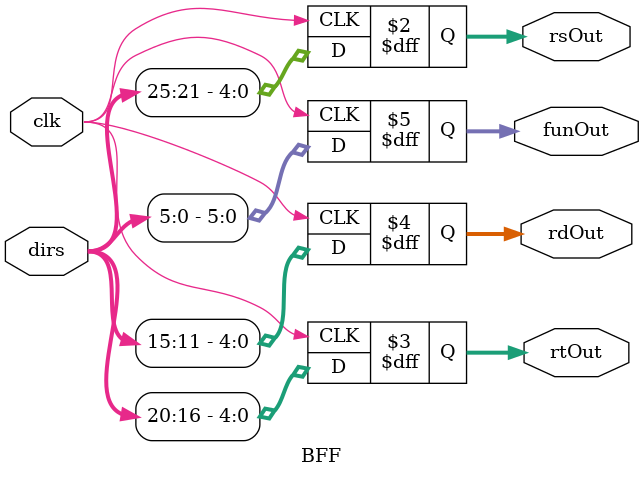
<source format=v>
module BFF(
	input clk,
	input [31:0]dirs,
	output reg [4:0]
		rsOut,
		rtOut,
		rdOut,
	output reg [5:0]funOut
);

always @(posedge clk)
begin
	rsOut = dirs[25:21];
	rtOut = dirs[20:16];
	rdOut = dirs[15:11];
	funOut = dirs[5:0];
end
endmodule
</source>
